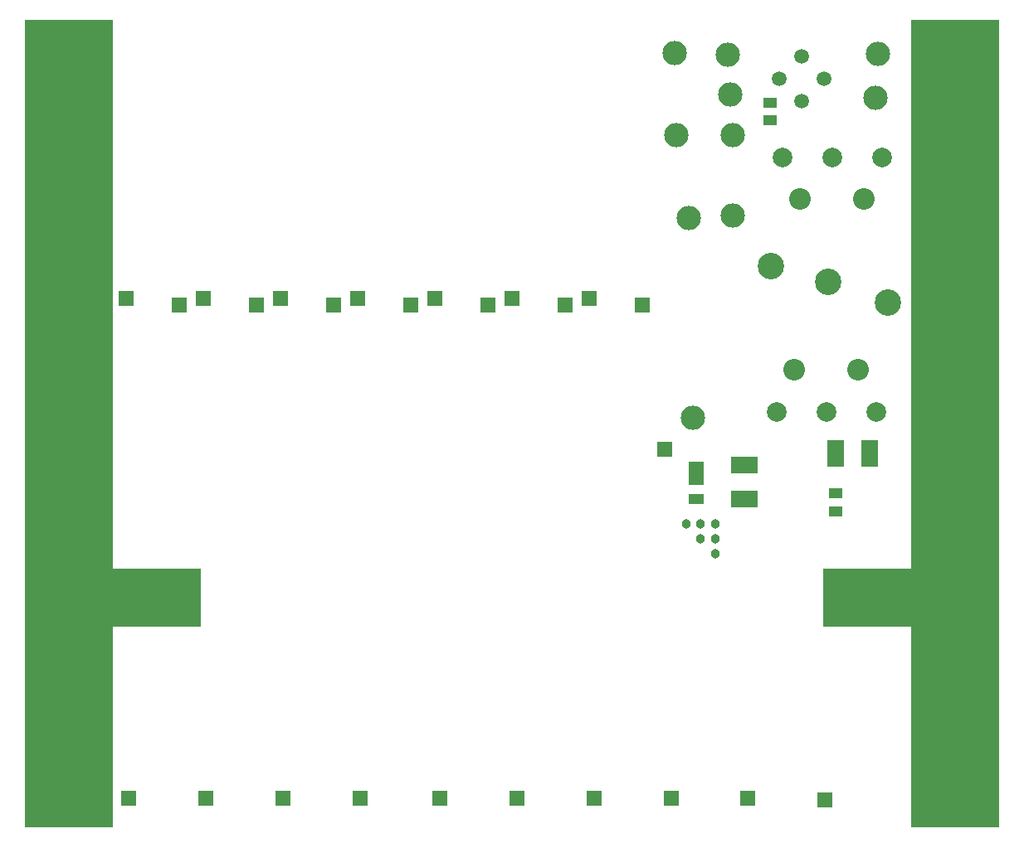
<source format=gbs>
G75*
%MOIN*%
%OFA0B0*%
%FSLAX25Y25*%
%IPPOS*%
%LPD*%
%AMOC8*
5,1,8,0,0,1.08239X$1,22.5*
%
%ADD10R,0.35433X3.24803*%
%ADD11R,0.37402X0.23622*%
%ADD12C,0.10643*%
%ADD13R,0.05524X0.03950*%
%ADD14C,0.05950*%
%ADD15R,0.05950X0.05950*%
%ADD16C,0.09800*%
%ADD17R,0.06312X0.09461*%
%ADD18R,0.06312X0.04343*%
%ADD19R,0.10800X0.06784*%
%ADD20R,0.10800X0.06745*%
%ADD21C,0.07887*%
%ADD22C,0.08674*%
%ADD23R,0.06784X0.10800*%
%ADD24R,0.06745X0.10800*%
%ADD25C,0.17635*%
%ADD26C,0.03800*%
D10*
X0049517Y0204202D03*
X0405816Y0204202D03*
D11*
X0371367Y0134320D03*
X0083965Y0134320D03*
D12*
X0331603Y0267587D03*
X0354635Y0261288D03*
X0378729Y0252981D03*
D13*
X0357587Y0176249D03*
X0357587Y0169162D03*
X0331312Y0326241D03*
X0331312Y0333328D03*
D14*
X0335093Y0342934D03*
X0344124Y0351961D03*
X0353156Y0342934D03*
X0344124Y0333906D03*
D15*
X0258784Y0254532D03*
X0248910Y0252068D03*
X0227784Y0254532D03*
X0217910Y0252068D03*
X0196784Y0254532D03*
X0186910Y0252068D03*
X0165784Y0254532D03*
X0155910Y0252068D03*
X0134784Y0254532D03*
X0124910Y0252068D03*
X0103784Y0254532D03*
X0093910Y0252068D03*
X0072784Y0254532D03*
X0041784Y0203532D03*
X0062910Y0201068D03*
X0073784Y0053532D03*
X0104784Y0053532D03*
X0135784Y0053532D03*
X0166784Y0053532D03*
X0198761Y0053532D03*
X0229761Y0053532D03*
X0260761Y0053532D03*
X0291761Y0053532D03*
X0322257Y0053745D03*
X0353257Y0052942D03*
X0392957Y0076430D03*
X0289052Y0193934D03*
X0279910Y0252068D03*
D16*
X0298532Y0286879D03*
X0316249Y0287863D03*
X0316249Y0320343D03*
X0315383Y0336580D03*
X0293611Y0320343D03*
X0292934Y0353304D03*
X0314194Y0352706D03*
X0374517Y0353083D03*
X0373658Y0335296D03*
X0300367Y0206587D03*
D17*
X0301713Y0184194D03*
D18*
X0301713Y0174154D03*
D19*
X0321162Y0174099D03*
D20*
X0321162Y0187564D03*
D21*
X0333965Y0209123D03*
X0353965Y0209123D03*
X0373965Y0209123D03*
X0376288Y0311485D03*
X0356288Y0311485D03*
X0336288Y0311485D03*
D22*
X0343493Y0294556D03*
X0369083Y0294556D03*
X0366761Y0226052D03*
X0341170Y0226052D03*
D23*
X0357745Y0192391D03*
D24*
X0371209Y0192391D03*
D25*
X0047548Y0054595D03*
X0047548Y0353808D03*
X0407784Y0353808D03*
X0407784Y0054595D03*
D26*
X0309359Y0152036D03*
X0309359Y0157942D03*
X0309359Y0163847D03*
X0303454Y0163847D03*
X0303454Y0157942D03*
X0297548Y0163847D03*
M02*

</source>
